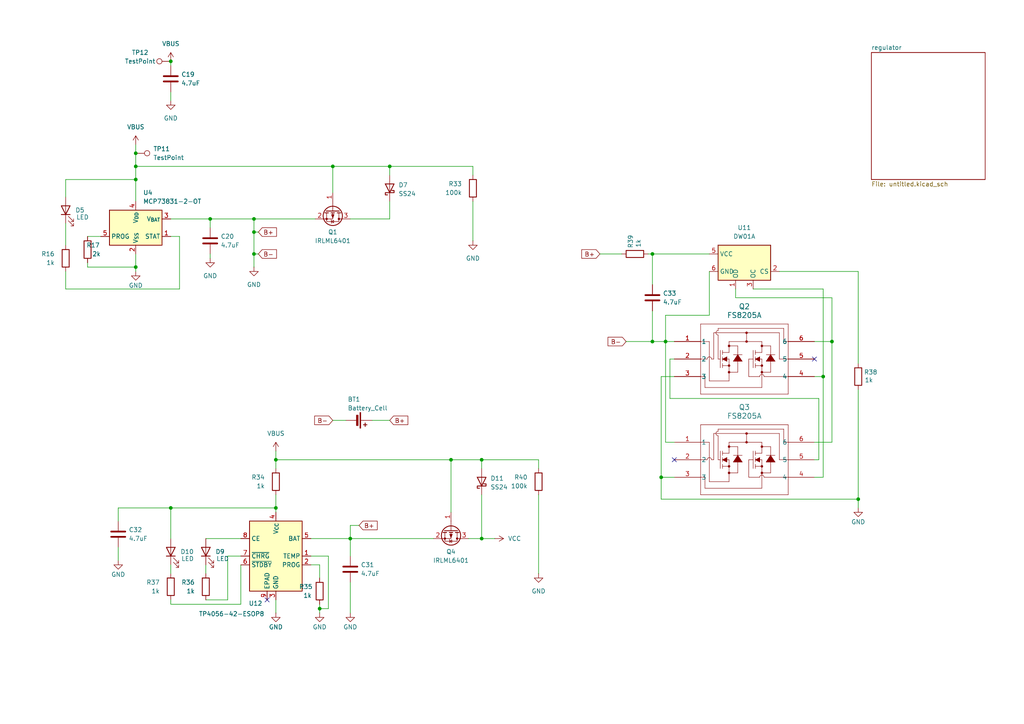
<source format=kicad_sch>
(kicad_sch (version 20250114) (generator "eeschema") (generator_version "9.0")
  (paper "A4")
  (lib_symbols
    (symbol "2025-08-07_02-50-37:FS8205A" (pin_names (offset 0.254))
      (property "Reference" "Q" (at 20.32 10.16 0))
      (property "Value" "FS8205A" (at 20.32 7.62 0))
      (symbol "FS8205A_0_1"
        (polyline (pts (xy 7.62 5.08) (xy 7.62 -15.24)) (stroke (width 0.127)))
        (polyline (pts (xy 7.62 0) (xy 10.16 0)) (stroke (width 0.127)))
        (polyline (pts (xy 7.62 -5.08) (xy 9.525 -5.08)) (stroke (width 0.127)))
        (polyline (pts (xy 7.62 -10.16) (xy 8.89 -10.16)) (stroke (width 0.127)))
        (polyline (pts (xy 7.62 -15.24) (xy 33.02 -15.24)) (stroke (width 0.127)))
        (polyline (pts (xy 8.89 -13.335) (xy 8.89 -10.16)) (stroke (width 0.127)))
        (polyline (pts (xy 8.89 -13.335) (xy 25.4 -13.335)) (stroke (width 0.127)))
        (polyline (pts (xy 10.16 0) (xy 10.16 -11.43)) (stroke (width 0.127)))
        (arc (start 9.525 -5.08) (mid 10.16 -4.4477) (end 10.795 -5.08) (stroke (width 0.127)))
        (polyline (pts (xy 10.16 -11.43) (xy 15.875 -11.43)) (stroke (width 0.127)))
        (polyline (pts (xy 10.795 -5.08) (xy 11.43 -5.08)) (stroke (width 0.127)))
        (polyline (pts (xy 11.43 2.54) (xy 30.48 2.54)) (stroke (width 0.127)))
        (polyline (pts (xy 11.43 -5.08) (xy 11.43 2.54)) (stroke (width 0.127)))
        (polyline (pts (xy 12.7 3.81) (xy 12.7 3.175)) (stroke (width 0.127)))
        (polyline (pts (xy 12.7 1.905) (xy 12.7 -5.08)) (stroke (width 0.127)))
        (polyline (pts (xy 12.7 -5.08) (xy 13.335 -5.08)) (stroke (width 0.127)))
        (arc (start 12.7 1.905) (mid 12.0677 2.54) (end 12.7 3.175) (stroke (width 0.127)))
        (polyline (pts (xy 13.335 -2.54) (xy 13.335 -7.62)) (stroke (width 0.127)))
        (polyline (pts (xy 13.97 -2.54) (xy 13.97 -3.81)) (stroke (width 0.127)))
        (polyline (pts (xy 13.97 -3.175) (xy 15.875 -3.175)) (stroke (width 0.127)))
        (polyline (pts (xy 13.97 -4.445) (xy 13.97 -5.715)) (stroke (width 0.127)))
        (polyline (pts (xy 13.97 -5.08) (xy 15.24 -4.445)) (stroke (width 0.127)))
        (polyline (pts (xy 13.97 -5.08) (xy 15.875 -5.08)) (stroke (width 0.127)))
        (polyline (pts (xy 13.97 -5.08) (xy 15.24 -5.715) (xy 15.24 -4.445)) (fill (type outline)))
        (polyline (pts (xy 13.97 -6.35) (xy 13.97 -7.62)) (stroke (width 0.127)))
        (polyline (pts (xy 13.97 -6.985) (xy 15.875 -6.985)) (stroke (width 0.127)))
        (polyline (pts (xy 15.24 -4.445) (xy 15.24 -5.715)) (stroke (width 0.127)))
        (polyline (pts (xy 15.24 -5.715) (xy 13.97 -5.08)) (stroke (width 0.127)))
        (polyline (pts (xy 15.875 0) (xy 15.875 -3.175)) (stroke (width 0.127)))
        (polyline (pts (xy 15.875 -1.27) (xy 18.415 -1.27)) (stroke (width 0.127)))
        (circle (center 15.875 -1.27) (radius 0.2032) (stroke (width 0.3048)))
        (polyline (pts (xy 15.875 -5.08) (xy 15.875 -11.43)) (stroke (width 0.127)))
        (circle (center 15.875 -6.985) (radius 0.2032) (stroke (width 0.3048)))
        (circle (center 15.875 -8.89) (radius 0.2032) (stroke (width 0.3048)))
        (polyline (pts (xy 17.145 -3.81) (xy 19.685 -3.81)) (stroke (width 0.127)))
        (polyline (pts (xy 17.145 -5.715) (xy 19.685 -5.715)) (stroke (width 0.127)))
        (polyline (pts (xy 18.415 -1.27) (xy 18.415 -8.89)) (stroke (width 0.127)))
        (polyline (pts (xy 18.415 -3.81) (xy 17.145 -5.715)) (stroke (width 0.127)))
        (polyline (pts (xy 18.415 -3.81) (xy 19.685 -5.715)) (stroke (width 0.127)))
        (polyline (pts (xy 18.415 -3.81) (xy 17.145 -5.715) (xy 19.685 -5.715)) (fill (type outline)))
        (polyline (pts (xy 18.415 -8.89) (xy 15.875 -8.89)) (stroke (width 0.127)))
        (circle (center 20.955 2.54) (radius 0.2032) (stroke (width 0.3048)))
        (polyline (pts (xy 20.955 0) (xy 20.955 2.54)) (stroke (width 0.127)))
        (circle (center 20.955 0) (radius 0.2032) (stroke (width 0.3048)))
        (polyline (pts (xy 21.59 -5.08) (xy 22.86 -5.08)) (stroke (width 0.127)))
        (polyline (pts (xy 21.59 -10.16) (xy 21.59 -5.08)) (stroke (width 0.127)))
        (polyline (pts (xy 21.59 -10.16) (xy 24.765 -10.16)) (stroke (width 0.127)))
        (polyline (pts (xy 22.86 -2.54) (xy 22.86 -7.62)) (stroke (width 0.127)))
        (polyline (pts (xy 23.495 -2.54) (xy 23.495 -3.81)) (stroke (width 0.127)))
        (polyline (pts (xy 23.495 -3.175) (xy 25.4 -3.175)) (stroke (width 0.127)))
        (polyline (pts (xy 23.495 -4.445) (xy 23.495 -5.715)) (stroke (width 0.127)))
        (polyline (pts (xy 23.495 -5.08) (xy 24.765 -4.445)) (stroke (width 0.127)))
        (polyline (pts (xy 23.495 -5.08) (xy 25.4 -5.08)) (stroke (width 0.127)))
        (polyline (pts (xy 23.495 -5.08) (xy 24.765 -5.715) (xy 24.765 -4.445)) (fill (type outline)))
        (polyline (pts (xy 23.495 -6.35) (xy 23.495 -7.62)) (stroke (width 0.127)))
        (polyline (pts (xy 23.495 -6.985) (xy 25.4 -6.985)) (stroke (width 0.127)))
        (polyline (pts (xy 24.765 -4.445) (xy 24.765 -5.715)) (stroke (width 0.127)))
        (polyline (pts (xy 24.765 -5.715) (xy 23.495 -5.08)) (stroke (width 0.127)))
        (polyline (pts (xy 25.4 0) (xy 15.875 0)) (stroke (width 0.127)))
        (polyline (pts (xy 25.4 0) (xy 25.4 -3.175)) (stroke (width 0.127)))
        (polyline (pts (xy 25.4 -1.27) (xy 27.94 -1.27)) (stroke (width 0.127)))
        (circle (center 25.4 -1.27) (radius 0.2032) (stroke (width 0.3048)))
        (polyline (pts (xy 25.4 -5.08) (xy 25.4 -13.335)) (stroke (width 0.127)))
        (circle (center 25.4 -6.985) (radius 0.2032) (stroke (width 0.3048)))
        (circle (center 25.4 -8.89) (radius 0.2032) (stroke (width 0.3048)))
        (arc (start 24.765 -10.16) (mid 25.4 -9.5277) (end 26.035 -10.16) (stroke (width 0.127)))
        (polyline (pts (xy 26.67 -3.81) (xy 29.21 -3.81)) (stroke (width 0.127)))
        (polyline (pts (xy 26.67 -5.715) (xy 29.21 -5.715)) (stroke (width 0.127)))
        (polyline (pts (xy 27.94 -1.27) (xy 27.94 -8.89)) (stroke (width 0.127)))
        (polyline (pts (xy 27.94 -3.81) (xy 26.67 -5.715)) (stroke (width 0.127)))
        (polyline (pts (xy 27.94 -3.81) (xy 29.21 -5.715)) (stroke (width 0.127)))
        (polyline (pts (xy 27.94 -3.81) (xy 26.67 -5.715) (xy 29.21 -5.715)) (fill (type outline)))
        (polyline (pts (xy 27.94 -8.89) (xy 25.4 -8.89)) (stroke (width 0.127)))
        (polyline (pts (xy 30.48 2.54) (xy 30.48 -5.08)) (stroke (width 0.127)))
        (polyline (pts (xy 30.48 -5.08) (xy 33.02 -5.08)) (stroke (width 0.127)))
        (polyline (pts (xy 31.75 3.81) (xy 12.7 3.81)) (stroke (width 0.127)))
        (polyline (pts (xy 31.75 3.81) (xy 31.75 0)) (stroke (width 0.127)))
        (polyline (pts (xy 33.02 5.08) (xy 7.62 5.08)) (stroke (width 0.127)))
        (polyline (pts (xy 33.02 0) (xy 31.75 0)) (stroke (width 0.127)))
        (polyline (pts (xy 33.02 -10.16) (xy 26.035 -10.16)) (stroke (width 0.127)))
        (polyline (pts (xy 33.02 -15.24) (xy 33.02 5.08)) (stroke (width 0.127)))
        (pin unspecified line (at 0 0 0) (length 7.62) (name "1") (number "1"))
        (pin unspecified line (at 0 -5.08 0) (length 7.62) (name "2") (number "2"))
        (pin unspecified line (at 0 -10.16 0) (length 7.62) (name "3") (number "3"))
        (pin unspecified line (at 40.64 0 180) (length 7.62) (name "6") (number "6"))
        (pin unspecified line (at 40.64 -5.08 180) (length 7.62) (name "5") (number "5"))
        (pin unspecified line (at 40.64 -10.16 180) (length 7.62) (name "4") (number "4"))
      )
    )
    (symbol "Battery_Management:DW01A"
      (property "Reference" "U" (at -6.604 6.35 0))
      (property "Value" "DW01A" (at 4.318 6.604 0))
      (symbol "DW01A_0_1"
        (pin power_in line (at -10.16 2.54 0) (length 2.54) (name "VCC") (number "5"))
        (pin power_in line (at -10.16 -2.54 0) (length 2.54) (name "GND") (number "6"))
        (pin output line (at -2.54 -7.62 90) (length 2.54) (name "OD") (number "1"))
        (pin output line (at 2.54 -7.62 90) (length 2.54) (name "OC") (number "3"))
        (pin input line (at 10.16 -2.54 180) (length 2.54) (name "CS") (number "2"))
      )
      (symbol "DW01A_1_1"
        (rectangle (start -7.62 5.08) (end 7.62 -5.08) (stroke (width 0.254)) (fill (type background)))
        (pin no_connect line (at 10.16 2.54 180) (length 2.54) (hide yes) (name "TD") (number "4"))
      )
    )
    (symbol "Battery_Management:MCP73831-2-OT"
      (property "Reference" "U" (at -7.62 6.35 0))
      (property "Value" "MCP73831-2-OT" (at 1.27 6.35 0))
      (symbol "MCP73831-2-OT_0_1"
        (rectangle (start -7.62 5.08) (end 7.62 -5.08) (stroke (width 0.254)) (fill (type background)))
      )
      (symbol "MCP73831-2-OT_1_1"
        (pin input line (at -10.16 -2.54 0) (length 2.54) (name "PROG") (number "5"))
        (pin power_in line (at 0 7.62 270) (length 2.54) (name "V_{DD}") (number "4"))
        (pin power_in line (at 0 -7.62 90) (length 2.54) (name "V_{SS}") (number "2"))
        (pin power_out line (at 10.16 2.54 180) (length 2.54) (name "V_{BAT}") (number "3"))
        (pin tri_state line (at 10.16 -2.54 180) (length 2.54) (name "STAT") (number "1"))
      )
    )
    (symbol "Battery_Management:TP4056-42-ESOP8"
      (property "Reference" "U" (at -6.604 11.684 0))
      (property "Value" "TP4056-42-ESOP8" (at 10.16 11.684 0))
      (symbol "TP4056-42-ESOP8_1_0"
        (pin input line (at -10.16 5.08 0) (length 2.54) (name "CE") (number "8"))
        (pin open_collector line (at -10.16 0 0) (length 2.54) (name "~{CHRG}") (number "7"))
        (pin open_collector line (at -10.16 -2.54 0) (length 2.54) (name "~{STDBY}") (number "6"))
        (pin passive line (at -2.54 -12.7 90) (length 2.54) (name "EPAD") (number "9"))
        (pin power_in line (at 0 12.7 270) (length 2.54) (name "V_{CC}") (number "4"))
        (pin power_in line (at 0 -12.7 90) (length 2.54) (name "GND") (number "3"))
        (pin power_out line (at 10.16 5.08 180) (length 2.54) (name "BAT") (number "5"))
        (pin input line (at 10.16 0 180) (length 2.54) (name "TEMP") (number "1"))
        (pin passive line (at 10.16 -2.54 180) (length 2.54) (name "PROG") (number "2"))
      )
      (symbol "TP4056-42-ESOP8_1_1"
        (rectangle (start -7.62 10.16) (end 7.62 -10.16) (stroke (width 0.254)) (fill (type background)))
      )
    )
    (symbol "Connector:TestPoint" (pin_numbers (hide yes)) (pin_names (offset 0.762) (hide yes))
      (property "Reference" "TP" (at 0 6.858 0))
      (property "Value" "TestPoint" (at 0 5.08 0))
      (symbol "TestPoint_0_1"
        (circle (center 0 3.302) (radius 0.762))
      )
      (symbol "TestPoint_1_1"
        (pin passive line (at 0 0 90) (length 2.54) (name "1") (number "1"))
      )
    )
    (symbol "Device:Battery_Cell" (pin_numbers (hide yes)) (pin_names (offset 0) (hide yes))
      (property "Reference" "BT" (at 2.54 2.54 0))
      (property "Value" "Battery_Cell" (at 2.54 0 0))
      (symbol "Battery_Cell_0_1"
        (rectangle (start -2.286 1.778) (end 2.286 1.524) (fill (type outline)))
        (rectangle (start -1.524 1.016) (end 1.524 0.508) (fill (type outline)))
        (polyline (pts (xy 0 1.778) (xy 0 2.54)))
        (polyline (pts (xy 0 0.762) (xy 0 0)))
        (polyline (pts (xy 0.762 3.048) (xy 1.778 3.048)) (stroke (width 0.254)))
        (polyline (pts (xy 1.27 3.556) (xy 1.27 2.54)) (stroke (width 0.254)))
      )
      (symbol "Battery_Cell_1_1"
        (pin passive line (at 0 5.08 270) (length 2.54) (name "+") (number "1"))
        (pin passive line (at 0 -2.54 90) (length 2.54) (name "-") (number "2"))
      )
    )
    (symbol "Device:C" (pin_numbers (hide yes)) (pin_names (offset 0.254))
      (property "Reference" "C" (at 0.635 2.54 0))
      (property "Value" "C" (at 0.635 -2.54 0))
      (symbol "C_0_1"
        (polyline (pts (xy -2.032 0.762) (xy 2.032 0.762)) (stroke (width 0.508)))
        (polyline (pts (xy -2.032 -0.762) (xy 2.032 -0.762)) (stroke (width 0.508)))
      )
      (symbol "C_1_1"
        (pin passive line (at 0 3.81 270) (length 2.794) (name "~") (number "1"))
        (pin passive line (at 0 -3.81 90) (length 2.794) (name "~") (number "2"))
      )
    )
    (symbol "Device:LED" (pin_numbers (hide yes)) (pin_names (offset 1.016) (hide yes))
      (property "Reference" "D" (at 0 2.54 0))
      (property "Value" "LED" (at 0 -2.54 0))
      (symbol "LED_0_1"
        (polyline (pts (xy -3.048 -0.762) (xy -4.572 -2.286) (xy -3.81 -2.286) (xy -4.572 -2.286) (xy -4.572 -1.524)))
        (polyline (pts (xy -1.778 -0.762) (xy -3.302 -2.286) (xy -2.54 -2.286) (xy -3.302 -2.286) (xy -3.302 -1.524)))
        (polyline (pts (xy -1.27 0) (xy 1.27 0)))
        (polyline (pts (xy -1.27 -1.27) (xy -1.27 1.27)) (stroke (width 0.254)))
        (polyline (pts (xy 1.27 -1.27) (xy 1.27 1.27) (xy -1.27 0) (xy 1.27 -1.27)) (stroke (width 0.254)))
      )
      (symbol "LED_1_1"
        (pin passive line (at -3.81 0 0) (length 2.54) (name "K") (number "1"))
        (pin passive line (at 3.81 0 180) (length 2.54) (name "A") (number "2"))
      )
    )
    (symbol "Device:R" (pin_numbers (hide yes)) (pin_names (offset 0))
      (property "Reference" "R" (at 2.032 0 90))
      (property "Value" "R" (at 0 0 90))
      (symbol "R_0_1"
        (rectangle (start -1.016 -2.54) (end 1.016 2.54) (stroke (width 0.254)))
      )
      (symbol "R_1_1"
        (pin passive line (at 0 3.81 270) (length 1.27) (name "~") (number "1"))
        (pin passive line (at 0 -3.81 90) (length 1.27) (name "~") (number "2"))
      )
    )
    (symbol "Diode:SS24" (pin_numbers (hide yes)) (pin_names (offset 1.016) (hide yes))
      (property "Reference" "D" (at 0 2.54 0))
      (property "Value" "SS24" (at 0 -2.54 0))
      (symbol "SS24_0_1"
        (polyline (pts (xy -1.905 0.635) (xy -1.905 1.27) (xy -1.27 1.27) (xy -1.27 -1.27) (xy -0.635 -1.27) (xy -0.635 -0.635)) (stroke (width 0.254)))
        (polyline (pts (xy 1.27 1.27) (xy 1.27 -1.27) (xy -1.27 0) (xy 1.27 1.27)) (stroke (width 0.254)))
        (polyline (pts (xy 1.27 0) (xy -1.27 0)))
      )
      (symbol "SS24_1_1"
        (pin passive line (at -3.81 0 0) (length 2.54) (name "K") (number "1"))
        (pin passive line (at 3.81 0 180) (length 2.54) (name "A") (number "2"))
      )
    )
    (symbol "GND_1" (power) (pin_numbers (hide yes)) (pin_names (offset 0) (hide yes))
      (property "Value" "GND" (at 0 -3.81 0))
      (symbol "GND_1_0_1"
        (polyline (pts (xy 0 0) (xy 0 -1.27) (xy 1.27 -1.27) (xy 0 -2.54) (xy -1.27 -1.27) (xy 0 -1.27)))
      )
      (symbol "GND_1_1_1"
        (pin power_in line (at 0 0 270) (length 0) (name "~") (number "1"))
      )
    )
    (symbol "Transistor_FET:IRLML6401" (pin_names (hide yes))
      (property "Reference" "Q" (at 5.08 1.905 0))
      (property "Value" "IRLML6401" (at 5.08 0 0))
      (symbol "IRLML6401_0_1"
        (polyline (pts (xy 0.254 1.905) (xy 0.254 -1.905)) (stroke (width 0.254)))
        (polyline (pts (xy 0.254 0) (xy -2.54 0)))
        (polyline (pts (xy 0.762 2.286) (xy 0.762 1.27)) (stroke (width 0.254)))
        (polyline (pts (xy 0.762 1.778) (xy 3.302 1.778) (xy 3.302 -1.778) (xy 0.762 -1.778)))
        (polyline (pts (xy 0.762 0.508) (xy 0.762 -0.508)) (stroke (width 0.254)))
        (polyline (pts (xy 0.762 -1.27) (xy 0.762 -2.286)) (stroke (width 0.254)))
        (circle (center 1.651 0) (radius 2.794) (stroke (width 0.254)))
        (polyline (pts (xy 2.286 0) (xy 1.27 0.381) (xy 1.27 -0.381) (xy 2.286 0)) (fill (type outline)))
        (polyline (pts (xy 2.54 2.54) (xy 2.54 1.778)))
        (circle (center 2.54 1.778) (radius 0.254) (fill (type outline)))
        (circle (center 2.54 -1.778) (radius 0.254) (fill (type outline)))
        (polyline (pts (xy 2.54 -2.54) (xy 2.54 0) (xy 0.762 0)))
        (polyline (pts (xy 2.794 -0.508) (xy 2.921 -0.381) (xy 3.683 -0.381) (xy 3.81 -0.254)))
        (polyline (pts (xy 3.302 -0.381) (xy 2.921 0.254) (xy 3.683 0.254) (xy 3.302 -0.381)))
      )
      (symbol "IRLML6401_1_1"
        (pin input line (at -5.08 0 0) (length 2.54) (name "G") (number "1"))
        (pin passive line (at 2.54 5.08 270) (length 2.54) (name "D") (number "3"))
        (pin passive line (at 2.54 -5.08 90) (length 2.54) (name "S") (number "2"))
      )
    )
    (symbol "power:+3V3" (power) (pin_numbers (hide yes)) (pin_names (offset 0) (hide yes))
      (property "Value" "+3V3" (at 0 3.556 0))
      (symbol "+3V3_0_1"
        (polyline (pts (xy -0.762 1.27) (xy 0 2.54)))
        (polyline (pts (xy 0 2.54) (xy 0.762 1.27)))
        (polyline (pts (xy 0 0) (xy 0 2.54)))
      )
      (symbol "+3V3_1_1"
        (pin power_in line (at 0 0 90) (length 0) (name "~") (number "1"))
      )
    )
    (symbol "power:VCC" (power) (pin_numbers (hide yes)) (pin_names (offset 0) (hide yes))
      (property "Value" "VCC" (at 0 3.556 0))
      (symbol "VCC_0_1"
        (polyline (pts (xy -0.762 1.27) (xy 0 2.54)))
        (polyline (pts (xy 0 2.54) (xy 0.762 1.27)))
        (polyline (pts (xy 0 0) (xy 0 2.54)))
      )
      (symbol "VCC_1_1"
        (pin power_in line (at 0 0 90) (length 0) (name "~") (number "1"))
      )
    )
  )
  (junction (at 80.01 147.32))
  (junction (at 92.71 176.53))
  (junction (at 101.6 156.21))
  (junction (at 248.92 144.78))
  (junction (at 73.66 73.66))
  (junction (at 39.37 77.47))
  (junction (at 189.23 73.66))
  (junction (at 80.01 133.35))
  (junction (at 96.52 48.26))
  (junction (at 49.53 17.78))
  (junction (at 189.23 99.06))
  (junction (at 193.04 99.06))
  (junction (at 139.7 133.35))
  (junction (at 238.76 109.22))
  (junction (at 60.96 63.5))
  (junction (at 130.81 133.35))
  (junction (at 39.37 52.07))
  (junction (at 49.53 147.32))
  (junction (at 39.37 44.45))
  (junction (at 73.66 67.31))
  (junction (at 191.77 138.43))
  (junction (at 39.37 48.26))
  (junction (at 241.3 99.06))
  (junction (at 73.66 63.5))
  (junction (at 113.03 48.26))
  (junction (at 139.7 156.21))
  (no_connect (at 77.47 173.99))
  (no_connect (at 236.22 104.14))
  (no_connect (at 195.58 133.35))
  (wire (pts (xy 25.4 77.47) (xy 39.37 77.47)))
  (wire (pts (xy 236.22 128.27) (xy 241.3 128.27)))
  (wire (pts (xy 248.92 78.74) (xy 248.92 105.41)))
  (wire (pts (xy 74.93 73.66) (xy 73.66 73.66)))
  (wire (pts (xy 19.05 64.77) (xy 19.05 71.12)))
  (wire (pts (xy 60.96 63.5) (xy 49.53 63.5)))
  (wire (pts (xy 34.29 151.13) (xy 34.29 147.32)))
  (wire (pts (xy 113.03 48.26) (xy 113.03 50.8)))
  (wire (pts (xy 189.23 73.66) (xy 205.74 73.66)))
  (wire (pts (xy 49.53 17.78) (xy 49.53 19.05)))
  (wire (pts (xy 139.7 156.21) (xy 143.51 156.21)))
  (wire (pts (xy 39.37 52.07) (xy 19.05 52.07)))
  (wire (pts (xy 248.92 113.03) (xy 248.92 144.78)))
  (wire (pts (xy 80.01 143.51) (xy 80.01 147.32)))
  (wire (pts (xy 34.29 158.75) (xy 34.29 162.56)))
  (wire (pts (xy 191.77 138.43) (xy 195.58 138.43)))
  (wire (pts (xy 49.53 147.32) (xy 80.01 147.32)))
  (wire (pts (xy 39.37 77.47) (xy 39.37 73.66)))
  (wire (pts (xy 205.74 78.74) (xy 205.74 91.44)))
  (wire (pts (xy 59.69 156.21) (xy 69.85 156.21)))
  (wire (pts (xy 60.96 73.66) (xy 60.96 74.93)))
  (wire (pts (xy 241.3 86.36) (xy 213.36 86.36)))
  (wire (pts (xy 90.17 163.83) (xy 92.71 163.83)))
  (wire (pts (xy 39.37 41.91) (xy 39.37 44.45)))
  (wire (pts (xy 137.16 58.42) (xy 137.16 69.85)))
  (wire (pts (xy 49.53 68.58) (xy 52.07 68.58)))
  (wire (pts (xy 139.7 156.21) (xy 135.89 156.21)))
  (wire (pts (xy 241.3 128.27) (xy 241.3 99.06)))
  (wire (pts (xy 25.4 76.2) (xy 25.4 77.47)))
  (wire (pts (xy 156.21 133.35) (xy 139.7 133.35)))
  (wire (pts (xy 238.76 138.43) (xy 238.76 109.22)))
  (wire (pts (xy 49.53 26.67) (xy 49.53 29.21)))
  (wire (pts (xy 237.49 115.57) (xy 237.49 133.35)))
  (wire (pts (xy 92.71 163.83) (xy 92.71 167.64)))
  (wire (pts (xy 49.53 163.83) (xy 49.53 166.37)))
  (wire (pts (xy 137.16 48.26) (xy 113.03 48.26)))
  (wire (pts (xy 101.6 152.4) (xy 101.6 156.21)))
  (wire (pts (xy 104.14 152.4) (xy 101.6 152.4)))
  (wire (pts (xy 139.7 133.35) (xy 130.81 133.35)))
  (wire (pts (xy 52.07 83.82) (xy 52.07 68.58)))
  (wire (pts (xy 137.16 50.8) (xy 137.16 48.26)))
  (wire (pts (xy 80.01 133.35) (xy 130.81 133.35)))
  (wire (pts (xy 236.22 99.06) (xy 241.3 99.06)))
  (wire (pts (xy 73.66 67.31) (xy 73.66 73.66)))
  (wire (pts (xy 187.96 73.66) (xy 189.23 73.66)))
  (wire (pts (xy 248.92 144.78) (xy 248.92 147.32)))
  (wire (pts (xy 95.25 176.53) (xy 92.71 176.53)))
  (wire (pts (xy 205.74 91.44) (xy 193.04 91.44)))
  (wire (pts (xy 80.01 147.32) (xy 80.01 148.59)))
  (wire (pts (xy 39.37 52.07) (xy 39.37 58.42)))
  (wire (pts (xy 238.76 109.22) (xy 236.22 109.22)))
  (wire (pts (xy 60.96 63.5) (xy 60.96 66.04)))
  (wire (pts (xy 236.22 138.43) (xy 238.76 138.43)))
  (wire (pts (xy 113.03 58.42) (xy 113.03 63.5)))
  (wire (pts (xy 139.7 143.51) (xy 139.7 156.21)))
  (wire (pts (xy 95.25 161.29) (xy 95.25 176.53)))
  (wire (pts (xy 69.85 163.83) (xy 69.85 175.26)))
  (wire (pts (xy 173.99 73.66) (xy 180.34 73.66)))
  (wire (pts (xy 193.04 99.06) (xy 193.04 128.27)))
  (wire (pts (xy 194.31 104.14) (xy 195.58 104.14)))
  (wire (pts (xy 241.3 99.06) (xy 241.3 86.36)))
  (wire (pts (xy 73.66 63.5) (xy 60.96 63.5)))
  (wire (pts (xy 193.04 99.06) (xy 195.58 99.06)))
  (wire (pts (xy 101.6 168.91) (xy 101.6 177.8)))
  (wire (pts (xy 96.52 48.26) (xy 113.03 48.26)))
  (wire (pts (xy 156.21 135.89) (xy 156.21 133.35)))
  (wire (pts (xy 238.76 83.82) (xy 238.76 109.22)))
  (wire (pts (xy 19.05 52.07) (xy 19.05 57.15)))
  (wire (pts (xy 49.53 173.99) (xy 49.53 175.26)))
  (wire (pts (xy 92.71 175.26) (xy 92.71 176.53)))
  (wire (pts (xy 39.37 44.45) (xy 39.37 48.26)))
  (wire (pts (xy 191.77 138.43) (xy 191.77 144.78)))
  (wire (pts (xy 49.53 156.21) (xy 49.53 147.32)))
  (wire (pts (xy 226.06 78.74) (xy 248.92 78.74)))
  (wire (pts (xy 25.4 68.58) (xy 29.21 68.58)))
  (wire (pts (xy 193.04 91.44) (xy 193.04 99.06)))
  (wire (pts (xy 218.44 83.82) (xy 238.76 83.82)))
  (wire (pts (xy 130.81 133.35) (xy 130.81 148.59)))
  (wire (pts (xy 189.23 99.06) (xy 193.04 99.06)))
  (wire (pts (xy 90.17 161.29) (xy 95.25 161.29)))
  (wire (pts (xy 39.37 78.74) (xy 39.37 77.47)))
  (wire (pts (xy 19.05 83.82) (xy 52.07 83.82)))
  (wire (pts (xy 213.36 86.36) (xy 213.36 83.82)))
  (wire (pts (xy 73.66 63.5) (xy 73.66 67.31)))
  (wire (pts (xy 19.05 78.74) (xy 19.05 83.82)))
  (wire (pts (xy 193.04 128.27) (xy 195.58 128.27)))
  (wire (pts (xy 195.58 109.22) (xy 191.77 109.22)))
  (wire (pts (xy 194.31 115.57) (xy 194.31 104.14)))
  (wire (pts (xy 96.52 48.26) (xy 96.52 55.88)))
  (wire (pts (xy 66.04 173.99) (xy 59.69 173.99)))
  (wire (pts (xy 181.61 99.06) (xy 189.23 99.06)))
  (wire (pts (xy 73.66 73.66) (xy 73.66 77.47)))
  (wire (pts (xy 101.6 156.21) (xy 90.17 156.21)))
  (wire (pts (xy 156.21 143.51) (xy 156.21 166.37)))
  (wire (pts (xy 101.6 156.21) (xy 125.73 156.21)))
  (wire (pts (xy 39.37 48.26) (xy 96.52 48.26)))
  (wire (pts (xy 237.49 133.35) (xy 236.22 133.35)))
  (wire (pts (xy 96.52 121.92) (xy 100.33 121.92)))
  (wire (pts (xy 69.85 175.26) (xy 49.53 175.26)))
  (wire (pts (xy 237.49 115.57) (xy 194.31 115.57)))
  (wire (pts (xy 113.03 121.92) (xy 107.95 121.92)))
  (wire (pts (xy 191.77 144.78) (xy 248.92 144.78)))
  (wire (pts (xy 191.77 109.22) (xy 191.77 138.43)))
  (wire (pts (xy 101.6 161.29) (xy 101.6 156.21)))
  (wire (pts (xy 74.93 67.31) (xy 73.66 67.31)))
  (wire (pts (xy 80.01 173.99) (xy 80.01 177.8)))
  (wire (pts (xy 113.03 63.5) (xy 101.6 63.5)))
  (wire (pts (xy 92.71 176.53) (xy 92.71 177.8)))
  (wire (pts (xy 59.69 163.83) (xy 59.69 166.37)))
  (wire (pts (xy 80.01 133.35) (xy 80.01 135.89)))
  (wire (pts (xy 80.01 130.81) (xy 80.01 133.35)))
  (wire (pts (xy 139.7 135.89) (xy 139.7 133.35)))
  (wire (pts (xy 189.23 82.55) (xy 189.23 73.66)))
  (wire (pts (xy 73.66 63.5) (xy 91.44 63.5)))
  (wire (pts (xy 189.23 90.17) (xy 189.23 99.06)))
  (wire (pts (xy 69.85 161.29) (xy 66.04 161.29)))
  (wire (pts (xy 66.04 161.29) (xy 66.04 173.99)))
  (wire (pts (xy 39.37 48.26) (xy 39.37 52.07)))
  (wire (pts (xy 34.29 147.32) (xy 49.53 147.32)))
  (global_label "B+" (shape input) (at 173.99 73.66 180) (property "Intersheetrefs" "${INTERSHEET_REFS}" (effects (hide yes))))
  (global_label "B+" (shape input) (at 113.03 121.92 0) (property "Intersheetrefs" "${INTERSHEET_REFS}" (effects (hide yes))))
  (global_label "B-" (shape input) (at 96.52 121.92 180) (property "Intersheetrefs" "${INTERSHEET_REFS}" (effects (hide yes))))
  (global_label "B+" (shape input) (at 74.93 67.31 0) (property "Intersheetrefs" "${INTERSHEET_REFS}" (effects (hide yes))))
  (global_label "B-" (shape input) (at 181.61 99.06 180) (property "Intersheetrefs" "${INTERSHEET_REFS}" (effects (hide yes))))
  (global_label "B-" (shape input) (at 74.93 73.66 0) (property "Intersheetrefs" "${INTERSHEET_REFS}" (effects (hide yes))))
  (global_label "B+" (shape input) (at 104.14 152.4 0) (property "Intersheetrefs" "${INTERSHEET_REFS}" (effects (hide yes))))
  (symbol (lib_name "GND_1") (lib_id "power:GND") (at 80.01 177.8 0) (unit 1)
    (property "Reference" "#PWR071" (effects (hide yes)))
    (property "Value" "GND" (at 80.01 181.864 0))
    (property "Description" "Power symbol creates a global label with name \"GND\" , ground" (effects (hide yes)))
  )
  (symbol (lib_id "Device:C") (at 60.96 69.85 0) (unit 1)
    (property "Reference" "C20" (at 64.008 68.58 0) (effects (justify left)))
    (property "Value" "4.7uF" (at 64.008 71.12 0) (effects (justify left)))
    (property "Footprint" "Capacitor_SMD:C_0402_1005Metric" (effects (hide yes)))
    (property "Description" "Unpolarized capacitor" (effects (hide yes)))
  )
  (symbol (lib_id "power:+3V3") (at 49.53 17.78 0) (unit 1)
    (property "Reference" "#PWR038" (effects (hide yes)))
    (property "Value" "VBUS" (at 49.53 12.7 0))
    (property "Description" "Power symbol creates a global label with name \"+3V3\"" (effects (hide yes)))
  )
  (symbol (lib_id "power:VCC") (at 143.51 156.21 270) (unit 1)
    (property "Reference" "#PWR015" (effects (hide yes)))
    (property "Value" "VCC" (at 147.32 156.2099 90) (effects (justify left)))
    (property "Description" "Power symbol creates a global label with name \"VCC\"" (effects (hide yes)))
  )
  (symbol (lib_id "Device:R") (at 19.05 74.93 0) (mirror y) (unit 1)
    (property "Reference" "R16" (at 15.875 73.66 0) (effects (justify left)))
    (property "Value" "1k" (at 15.875 76.2 0) (effects (justify left)))
    (property "Footprint" "Resistor_SMD:R_0402_1005Metric" (effects (hide yes)))
  )
  (symbol (lib_id "Device:R") (at 92.71 171.45 0) (mirror y) (unit 1)
    (property "Reference" "R35" (at 90.678 170.18 0) (effects (justify left)))
    (property "Value" "1k" (at 90.424 172.72 0) (effects (justify left)))
    (property "Footprint" "Resistor_SMD:R_0402_1005Metric" (effects (hide yes)))
  )
  (symbol (lib_id "2025-08-07_02-50-37:FS8205A") (at 195.58 128.27 0) (unit 1)
    (property "Reference" "Q3" (at 215.9 118.11 0) (effects (font (size 1.524 1.524))))
    (property "Value" "FS8205A" (at 215.9 120.65 0) (effects (font (size 1.524 1.524))))
    (property "Footprint" "SOT-23-6L_TCP" (effects (hide yes)))
    (property "Datasheet" "FS8205A" (effects (hide yes)))
  )
  (symbol (lib_id "Battery_Management:DW01A") (at 215.9 76.2 0) (unit 1)
    (property "Reference" "U11" (at 215.9 66.04 0))
    (property "Value" "DW01A" (at 215.9 68.58 0))
    (property "Footprint" "Package_TO_SOT_SMD:SOT-23-6" (effects (hide yes)))
    (property "Datasheet" "https://hmsemi.com/downfile/DW01A.PDF" (effects (hide yes)))
    (property "Description" "Overcharge, overcurrent and overdischarge protection IC for single cell lithium-ion/polymer battery" (effects (hide yes)))
  )
  (symbol (lib_name "GND_1") (lib_id "power:GND") (at 137.16 69.85 0) (unit 1)
    (property "Reference" "#PWR069" (effects (hide yes)))
    (property "Value" "GND" (at 137.16 74.93 0))
    (property "Description" "Power symbol creates a global label with name \"GND\" , ground" (effects (hide yes)))
  )
  (symbol (lib_id "power:+3V3") (at 39.37 41.91 0) (unit 1)
    (property "Reference" "#PWR042" (effects (hide yes)))
    (property "Value" "VBUS" (at 39.37 36.83 0))
    (property "Description" "Power symbol creates a global label with name \"+3V3\"" (effects (hide yes)))
  )
  (symbol (lib_id "Transistor_FET:IRLML6401") (at 130.81 153.67 270) (unit 1)
    (property "Reference" "Q4" (at 130.81 160.02 90))
    (property "Value" "IRLML6401" (at 130.81 162.56 90))
    (property "Footprint" "Package_TO_SOT_SMD:SOT-23" (effects (hide yes)))
    (property "Datasheet" "https://www.infineon.com/dgdl/irlml6401pbf.pdf?fileId=5546d462533600a401535668b96d2634" (effects (hide yes)))
    (property "Description" "-4.3A Id, -12V Vds, 50mOhm Rds, P-Channel HEXFET Power MOSFET, SOT-23" (effects (hide yes)))
  )
  (symbol (lib_id "Device:R") (at 248.92 109.22 0) (mirror y) (unit 1)
    (property "Reference" "R38" (at 254.508 107.95 0) (effects (justify left)))
    (property "Value" "1k" (at 253.238 110.236 0) (effects (justify left)))
    (property "Footprint" "Resistor_SMD:R_0402_1005Metric" (effects (hide yes)))
  )
  (symbol (lib_id "Device:R") (at 156.21 139.7 0) (mirror y) (unit 1)
    (property "Reference" "R40" (at 153.035 138.43 0) (effects (justify left)))
    (property "Value" "100k" (at 153.035 140.97 0) (effects (justify left)))
    (property "Footprint" "Resistor_SMD:R_0402_1005Metric" (effects (hide yes)))
  )
  (symbol (lib_id "Device:C") (at 49.53 22.86 0) (unit 1)
    (property "Reference" "C19" (at 52.578 21.59 0) (effects (justify left)))
    (property "Value" "4.7uF" (at 52.578 24.13 0) (effects (justify left)))
    (property "Footprint" "Capacitor_SMD:C_0402_1005Metric" (effects (hide yes)))
    (property "Description" "Unpolarized capacitor" (effects (hide yes)))
  )
  (symbol (lib_id "Battery_Management:TP4056-42-ESOP8") (at 80.01 161.29 0) (unit 1)
    (property "Reference" "U12" (at 72.136 175.006 0) (effects (justify left)))
    (property "Value" "TP4056-42-ESOP8" (at 57.658 178.054 0) (effects (justify left)))
    (property "Footprint" "Package_SO:SOIC-8-1EP_3.9x4.9mm_P1.27mm_EP2.41x3.3mm_ThermalVias" (effects (hide yes)))
    (property "Datasheet" "https://www.lcsc.com/datasheet/lcsc_datasheet_2410121619_TOPPOWER-Nanjing-Extension-Microelectronics-TP4056-42-ESOP8_C16581.pdf" (effects (hide yes)))
    (property "Description" "1A Standalone Linear Li-ion/LiPo single-cell battery charger, 4.2V ±1% charge voltage, VCC = 4.0..8.0V, SOIC-8 (SOP-8)" (effects (hide yes)))
  )
  (symbol (lib_name "GND_1") (lib_id "power:GND") (at 39.37 78.74 0) (unit 1)
    (property "Reference" "#PWR043" (effects (hide yes)))
    (property "Value" "GND" (at 39.37 82.804 0))
    (property "Description" "Power symbol creates a global label with name \"GND\" , ground" (effects (hide yes)))
  )
  (symbol (lib_id "Device:C") (at 101.6 165.1 0) (unit 1)
    (property "Reference" "C31" (at 104.648 163.83 0) (effects (justify left)))
    (property "Value" "4.7uF" (at 104.648 166.37 0) (effects (justify left)))
    (property "Footprint" "Capacitor_SMD:C_0402_1005Metric" (effects (hide yes)))
    (property "Description" "Unpolarized capacitor" (effects (hide yes)))
  )
  (symbol (lib_id "Device:R") (at 80.01 139.7 0) (mirror y) (unit 1)
    (property "Reference" "R34" (at 76.835 138.43 0) (effects (justify left)))
    (property "Value" "1k" (at 76.835 140.97 0) (effects (justify left)))
    (property "Footprint" "Resistor_SMD:R_0402_1005Metric" (effects (hide yes)))
  )
  (symbol (lib_id "Transistor_FET:IRLML6401") (at 96.52 60.96 270) (unit 1)
    (property "Reference" "Q1" (at 96.52 67.31 90))
    (property "Value" "IRLML6401" (at 96.52 69.85 90))
    (property "Footprint" "Package_TO_SOT_SMD:SOT-23" (effects (hide yes)))
    (property "Datasheet" "https://www.infineon.com/dgdl/irlml6401pbf.pdf?fileId=5546d462533600a401535668b96d2634" (effects (hide yes)))
    (property "Description" "-4.3A Id, -12V Vds, 50mOhm Rds, P-Channel HEXFET Power MOSFET, SOT-23" (effects (hide yes)))
  )
  (symbol (lib_id "Diode:SS24") (at 139.7 139.7 90) (unit 1)
    (property "Reference" "D11" (at 142.24 138.7474 90) (effects (justify right)))
    (property "Value" "SS24" (at 142.24 141.2874 90) (effects (justify right)))
    (property "Footprint" "Diode_SMD:D_SMA" (effects (hide yes)))
    (property "Datasheet" "https://www.vishay.com/docs/88748/ss22.pdf" (effects (hide yes)))
    (property "Description" "40V 2A Schottky Diode, SMA" (effects (hide yes)))
  )
  (symbol (lib_id "Device:LED") (at 49.53 160.02 90) (unit 1)
    (property "Reference" "D10" (at 52.324 160.02 90) (effects (justify right)))
    (property "Value" "LED" (at 52.578 162.052 90) (effects (justify right)))
    (property "Footprint" "LED_SMD:LED_0603_1608Metric" (effects (hide yes)))
    (property "Description" "Light emitting diode" (effects (hide yes)))
    (property "Sim.Pins" "1=K 2=A" (effects (hide yes)))
  )
  (symbol (lib_id "Device:Battery_Cell") (at 102.87 121.92 270) (unit 1)
    (property "Reference" "BT1" (at 100.838 115.824 90) (effects (justify left)))
    (property "Value" "Battery_Cell" (at 100.838 118.364 90) (effects (justify left)))
    (property "Footprint" "Battery:BatteryHolder_MPD_BH-18650-PC" (effects (hide yes)))
    (property "Description" "Single-cell battery" (effects (hide yes)))
  )
  (symbol (lib_id "Device:R") (at 184.15 73.66 90) (mirror x) (unit 1)
    (property "Reference" "R39" (at 182.88 68.072 0) (effects (justify left)))
    (property "Value" "1k" (at 185.166 69.342 0) (effects (justify left)))
    (property "Footprint" "Resistor_SMD:R_0402_1005Metric" (effects (hide yes)))
  )
  (symbol (lib_id "Device:R") (at 49.53 170.18 0) (mirror y) (unit 1)
    (property "Reference" "R37" (at 46.355 168.91 0) (effects (justify left)))
    (property "Value" "1k" (at 46.355 171.45 0) (effects (justify left)))
    (property "Footprint" "Resistor_SMD:R_0402_1005Metric" (effects (hide yes)))
  )
  (symbol (lib_id "Device:LED") (at 59.69 160.02 90) (unit 1)
    (property "Reference" "D9" (at 62.484 160.02 90) (effects (justify right)))
    (property "Value" "LED" (at 62.738 162.052 90) (effects (justify right)))
    (property "Footprint" "LED_SMD:LED_0603_1608Metric" (effects (hide yes)))
    (property "Description" "Light emitting diode" (effects (hide yes)))
    (property "Sim.Pins" "1=K 2=A" (effects (hide yes)))
  )
  (symbol (lib_id "Device:C") (at 34.29 154.94 0) (unit 1)
    (property "Reference" "C32" (at 37.338 153.67 0) (effects (justify left)))
    (property "Value" "4.7uF" (at 37.338 156.21 0) (effects (justify left)))
    (property "Footprint" "Capacitor_SMD:C_0402_1005Metric" (effects (hide yes)))
    (property "Description" "Unpolarized capacitor" (effects (hide yes)))
  )
  (symbol (lib_name "GND_1") (lib_id "power:GND") (at 101.6 177.8 0) (unit 1)
    (property "Reference" "#PWR076" (effects (hide yes)))
    (property "Value" "GND" (at 101.6 181.864 0))
    (property "Description" "Power symbol creates a global label with name \"GND\" , ground" (effects (hide yes)))
  )
  (symbol (lib_name "GND_1") (lib_id "power:GND") (at 73.66 77.47 0) (unit 1)
    (property "Reference" "#PWR068" (effects (hide yes)))
    (property "Value" "GND" (at 73.66 82.55 0))
    (property "Description" "Power symbol creates a global label with name \"GND\" , ground" (effects (hide yes)))
  )
  (symbol (lib_id "power:+3V3") (at 80.01 130.81 0) (unit 1)
    (property "Reference" "#PWR070" (effects (hide yes)))
    (property "Value" "VBUS" (at 80.01 125.73 0))
    (property "Description" "Power symbol creates a global label with name \"+3V3\"" (effects (hide yes)))
  )
  (symbol (lib_name "GND_1") (lib_id "power:GND") (at 156.21 166.37 0) (unit 1)
    (property "Reference" "#PWR077" (effects (hide yes)))
    (property "Value" "GND" (at 156.21 171.45 0))
    (property "Description" "Power symbol creates a global label with name \"GND\" , ground" (effects (hide yes)))
  )
  (symbol (lib_name "GND_1") (lib_id "power:GND") (at 60.96 74.93 0) (unit 1)
    (property "Reference" "#PWR044" (effects (hide yes)))
    (property "Value" "GND" (at 60.96 80.01 0))
    (property "Description" "Power symbol creates a global label with name \"GND\" , ground" (effects (hide yes)))
  )
  (symbol (lib_id "Device:C") (at 189.23 86.36 0) (unit 1)
    (property "Reference" "C33" (at 192.278 85.09 0) (effects (justify left)))
    (property "Value" "4.7uF" (at 192.278 87.63 0) (effects (justify left)))
    (property "Footprint" "Capacitor_SMD:C_0402_1005Metric" (effects (hide yes)))
    (property "Description" "Unpolarized capacitor" (effects (hide yes)))
  )
  (symbol (lib_id "Device:LED") (at 19.05 60.96 90) (unit 1)
    (property "Reference" "D5" (at 21.844 60.96 90) (effects (justify right)))
    (property "Value" "LED" (at 22.098 62.992 90) (effects (justify right)))
    (property "Footprint" "LED_SMD:LED_0603_1608Metric" (effects (hide yes)))
    (property "Description" "Light emitting diode" (effects (hide yes)))
    (property "Sim.Pins" "1=K 2=A" (effects (hide yes)))
  )
  (symbol (lib_id "Device:R") (at 25.4 72.39 0) (mirror y) (unit 1)
    (property "Reference" "R17" (at 28.956 71.12 0) (effects (justify left)))
    (property "Value" "2k" (at 29.21 73.66 0) (effects (justify left)))
    (property "Footprint" "Resistor_SMD:R_0402_1005Metric" (effects (hide yes)))
  )
  (symbol (lib_name "GND_1") (lib_id "power:GND") (at 49.53 29.21 0) (unit 1)
    (property "Reference" "#PWR039" (effects (hide yes)))
    (property "Value" "GND" (at 49.53 34.29 0))
    (property "Description" "Power symbol creates a global label with name \"GND\" , ground" (effects (hide yes)))
  )
  (symbol (lib_id "Connector:TestPoint") (at 49.53 17.78 90) (unit 1)
    (property "Reference" "TP12" (at 40.64 15.24 90))
    (property "Value" "TestPoint" (at 40.64 17.78 90))
    (property "Footprint" "TestPoint:TestPoint_Pad_D1.0mm" (effects (hide yes)))
    (property "Description" "test point" (effects (hide yes)))
  )
  (symbol (lib_name "GND_1") (lib_id "power:GND") (at 92.71 177.8 0) (unit 1)
    (property "Reference" "#PWR072" (effects (hide yes)))
    (property "Value" "GND" (at 92.71 181.864 0))
    (property "Description" "Power symbol creates a global label with name \"GND\" , ground" (effects (hide yes)))
  )
  (symbol (lib_id "Diode:SS24") (at 113.03 54.61 90) (unit 1)
    (property "Reference" "D7" (at 115.57 53.6574 90) (effects (justify right)))
    (property "Value" "SS24" (at 115.57 56.1974 90) (effects (justify right)))
    (property "Footprint" "Diode_SMD:D_SMA" (effects (hide yes)))
    (property "Datasheet" "https://www.vishay.com/docs/88748/ss22.pdf" (effects (hide yes)))
    (property "Description" "40V 2A Schottky Diode, SMA" (effects (hide yes)))
  )
  (symbol (lib_id "Battery_Management:MCP73831-2-OT") (at 39.37 66.04 0) (unit 1)
    (property "Reference" "U4" (at 41.5133 55.88 0) (effects (justify left)))
    (property "Value" "MCP73831-2-OT" (at 41.5133 58.42 0) (effects (justify left)))
    (property "Footprint" "Package_TO_SOT_SMD:SOT-23-5" (effects (hide yes)))
    (property "Datasheet" "http://ww1.microchip.com/downloads/en/DeviceDoc/20001984g.pdf" (effects (hide yes)))
    (property "Description" "Single cell, Li-Ion/Li-Po charge management controller, 4.20V, Tri-State Status Output, in SOT23-5 package" (effects (hide yes)))
  )
  (symbol (lib_name "GND_1") (lib_id "power:GND") (at 248.92 147.32 0) (unit 1)
    (property "Reference" "#PWR073" (effects (hide yes)))
    (property "Value" "GND" (at 248.92 151.384 0))
    (property "Description" "Power symbol creates a global label with name \"GND\" , ground" (effects (hide yes)))
  )
  (symbol (lib_id "Connector:TestPoint") (at 39.37 44.45 270) (unit 1)
    (property "Reference" "TP11" (at 44.45 43.1799 90) (effects (justify left)))
    (property "Value" "TestPoint" (at 44.45 45.7199 90) (effects (justify left)))
    (property "Footprint" "TestPoint:TestPoint_Pad_D1.0mm" (effects (hide yes)))
    (property "Description" "test point" (effects (hide yes)))
  )
  (symbol (lib_name "GND_1") (lib_id "power:GND") (at 34.29 162.56 0) (unit 1)
    (property "Reference" "#PWR074" (effects (hide yes)))
    (property "Value" "GND" (at 34.29 166.624 0))
    (property "Description" "Power symbol creates a global label with name \"GND\" , ground" (effects (hide yes)))
  )
  (symbol (lib_id "Device:R") (at 137.16 54.61 0) (mirror y) (unit 1)
    (property "Reference" "R33" (at 133.985 53.34 0) (effects (justify left)))
    (property "Value" "100k" (at 133.985 55.88 0) (effects (justify left)))
    (property "Footprint" "Resistor_SMD:R_0402_1005Metric" (effects (hide yes)))
  )
  (symbol (lib_id "2025-08-07_02-50-37:FS8205A") (at 195.58 99.06 0) (unit 1)
    (property "Reference" "Q2" (at 215.9 88.9 0) (effects (font (size 1.524 1.524))))
    (property "Value" "FS8205A" (at 215.9 91.44 0) (effects (font (size 1.524 1.524))))
    (property "Footprint" "SOT-23-6L_TCP" (effects (hide yes)))
    (property "Datasheet" "FS8205A" (effects (hide yes)))
  )
  (symbol (lib_id "Device:R") (at 59.69 170.18 0) (mirror y) (unit 1)
    (property "Reference" "R36" (at 56.515 168.91 0) (effects (justify left)))
    (property "Value" "1k" (at 56.515 171.45 0) (effects (justify left)))
    (property "Footprint" "Resistor_SMD:R_0402_1005Metric" (effects (hide yes)))
  )
  (sheet (at 252.73 15.24) (size 33.02 36.83) (stroke (width 0.1524))
    (property "Sheetname" "regulator" (at 252.73 14.5284 0) (effects (justify left bottom)))
    (property "Sheetfile" "untitled.kicad_sch" (at 252.73 52.6546 0) (effects (justify left top)))
  )
)
</source>
